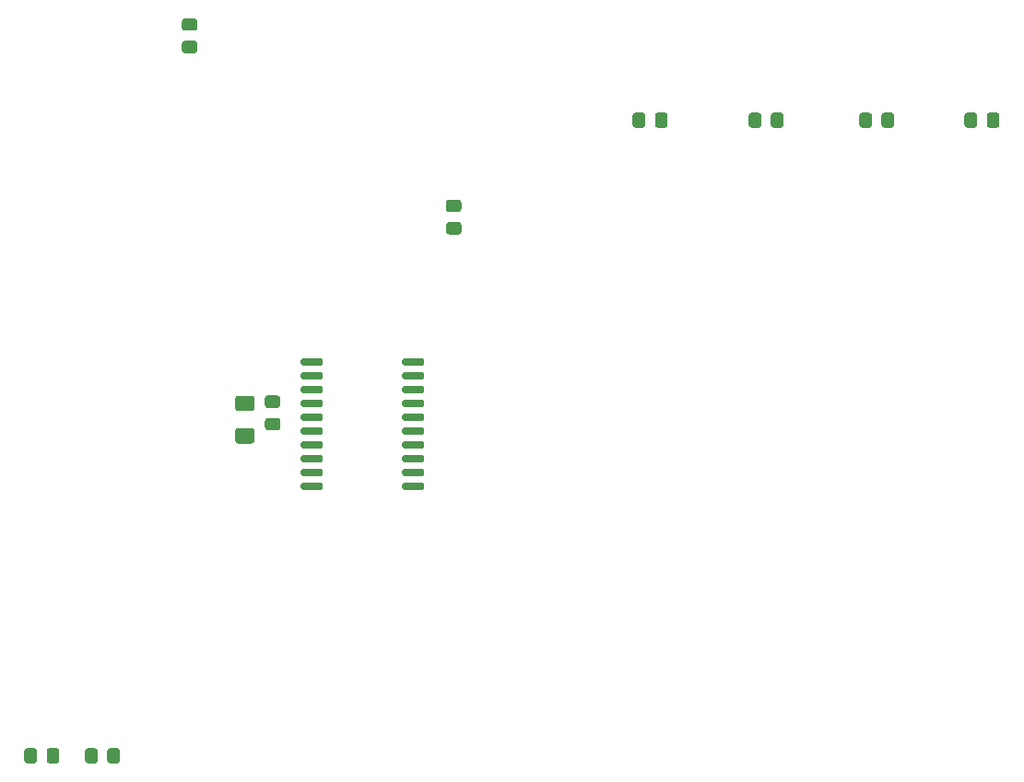
<source format=gbr>
%TF.GenerationSoftware,KiCad,Pcbnew,(5.1.6)-1*%
%TF.CreationDate,2020-11-21T12:12:01+09:00*%
%TF.ProjectId,nixieLogicV2,6e697869-654c-46f6-9769-6356322e6b69,rev?*%
%TF.SameCoordinates,Original*%
%TF.FileFunction,Paste,Top*%
%TF.FilePolarity,Positive*%
%FSLAX46Y46*%
G04 Gerber Fmt 4.6, Leading zero omitted, Abs format (unit mm)*
G04 Created by KiCad (PCBNEW (5.1.6)-1) date 2020-11-21 12:12:01*
%MOMM*%
%LPD*%
G01*
G04 APERTURE LIST*
G04 APERTURE END LIST*
%TO.C,R1*%
G36*
G01*
X148532001Y-74489000D02*
X147631999Y-74489000D01*
G75*
G02*
X147382000Y-74239001I0J249999D01*
G01*
X147382000Y-73588999D01*
G75*
G02*
X147631999Y-73339000I249999J0D01*
G01*
X148532001Y-73339000D01*
G75*
G02*
X148782000Y-73588999I0J-249999D01*
G01*
X148782000Y-74239001D01*
G75*
G02*
X148532001Y-74489000I-249999J0D01*
G01*
G37*
G36*
G01*
X148532001Y-76539000D02*
X147631999Y-76539000D01*
G75*
G02*
X147382000Y-76289001I0J249999D01*
G01*
X147382000Y-75638999D01*
G75*
G02*
X147631999Y-75389000I249999J0D01*
G01*
X148532001Y-75389000D01*
G75*
G02*
X148782000Y-75638999I0J-249999D01*
G01*
X148782000Y-76289001D01*
G75*
G02*
X148532001Y-76539000I-249999J0D01*
G01*
G37*
%TD*%
%TO.C,C2*%
G36*
G01*
X109795000Y-124009999D02*
X109795000Y-124910001D01*
G75*
G02*
X109545001Y-125160000I-249999J0D01*
G01*
X108894999Y-125160000D01*
G75*
G02*
X108645000Y-124910001I0J249999D01*
G01*
X108645000Y-124009999D01*
G75*
G02*
X108894999Y-123760000I249999J0D01*
G01*
X109545001Y-123760000D01*
G75*
G02*
X109795000Y-124009999I0J-249999D01*
G01*
G37*
G36*
G01*
X111845000Y-124009999D02*
X111845000Y-124910001D01*
G75*
G02*
X111595001Y-125160000I-249999J0D01*
G01*
X110944999Y-125160000D01*
G75*
G02*
X110695000Y-124910001I0J249999D01*
G01*
X110695000Y-124009999D01*
G75*
G02*
X110944999Y-123760000I249999J0D01*
G01*
X111595001Y-123760000D01*
G75*
G02*
X111845000Y-124009999I0J-249999D01*
G01*
G37*
%TD*%
%TO.C,C3*%
G36*
G01*
X130994999Y-91355000D02*
X131895001Y-91355000D01*
G75*
G02*
X132145000Y-91604999I0J-249999D01*
G01*
X132145000Y-92255001D01*
G75*
G02*
X131895001Y-92505000I-249999J0D01*
G01*
X130994999Y-92505000D01*
G75*
G02*
X130745000Y-92255001I0J249999D01*
G01*
X130745000Y-91604999D01*
G75*
G02*
X130994999Y-91355000I249999J0D01*
G01*
G37*
G36*
G01*
X130994999Y-93405000D02*
X131895001Y-93405000D01*
G75*
G02*
X132145000Y-93654999I0J-249999D01*
G01*
X132145000Y-94305001D01*
G75*
G02*
X131895001Y-94555000I-249999J0D01*
G01*
X130994999Y-94555000D01*
G75*
G02*
X130745000Y-94305001I0J249999D01*
G01*
X130745000Y-93654999D01*
G75*
G02*
X130994999Y-93405000I249999J0D01*
G01*
G37*
%TD*%
%TO.C,C7*%
G36*
G01*
X123374999Y-58726600D02*
X124275001Y-58726600D01*
G75*
G02*
X124525000Y-58976599I0J-249999D01*
G01*
X124525000Y-59626601D01*
G75*
G02*
X124275001Y-59876600I-249999J0D01*
G01*
X123374999Y-59876600D01*
G75*
G02*
X123125000Y-59626601I0J249999D01*
G01*
X123125000Y-58976599D01*
G75*
G02*
X123374999Y-58726600I249999J0D01*
G01*
G37*
G36*
G01*
X123374999Y-56676600D02*
X124275001Y-56676600D01*
G75*
G02*
X124525000Y-56926599I0J-249999D01*
G01*
X124525000Y-57576601D01*
G75*
G02*
X124275001Y-57826600I-249999J0D01*
G01*
X123374999Y-57826600D01*
G75*
G02*
X123125000Y-57576601I0J249999D01*
G01*
X123125000Y-56926599D01*
G75*
G02*
X123374999Y-56676600I249999J0D01*
G01*
G37*
%TD*%
%TO.C,L1*%
G36*
G01*
X129530000Y-95762500D02*
X128280000Y-95762500D01*
G75*
G02*
X128030000Y-95512500I0J250000D01*
G01*
X128030000Y-94587500D01*
G75*
G02*
X128280000Y-94337500I250000J0D01*
G01*
X129530000Y-94337500D01*
G75*
G02*
X129780000Y-94587500I0J-250000D01*
G01*
X129780000Y-95512500D01*
G75*
G02*
X129530000Y-95762500I-250000J0D01*
G01*
G37*
G36*
G01*
X129530000Y-92787500D02*
X128280000Y-92787500D01*
G75*
G02*
X128030000Y-92537500I0J250000D01*
G01*
X128030000Y-91612500D01*
G75*
G02*
X128280000Y-91362500I250000J0D01*
G01*
X129530000Y-91362500D01*
G75*
G02*
X129780000Y-91612500I0J-250000D01*
G01*
X129780000Y-92537500D01*
G75*
G02*
X129530000Y-92787500I-250000J0D01*
G01*
G37*
%TD*%
%TO.C,R2*%
G36*
G01*
X116265000Y-124910001D02*
X116265000Y-124009999D01*
G75*
G02*
X116514999Y-123760000I249999J0D01*
G01*
X117165001Y-123760000D01*
G75*
G02*
X117415000Y-124009999I0J-249999D01*
G01*
X117415000Y-124910001D01*
G75*
G02*
X117165001Y-125160000I-249999J0D01*
G01*
X116514999Y-125160000D01*
G75*
G02*
X116265000Y-124910001I0J249999D01*
G01*
G37*
G36*
G01*
X114215000Y-124910001D02*
X114215000Y-124009999D01*
G75*
G02*
X114464999Y-123760000I249999J0D01*
G01*
X115115001Y-123760000D01*
G75*
G02*
X115365000Y-124009999I0J-249999D01*
G01*
X115365000Y-124910001D01*
G75*
G02*
X115115001Y-125160000I-249999J0D01*
G01*
X114464999Y-125160000D01*
G75*
G02*
X114215000Y-124910001I0J249999D01*
G01*
G37*
%TD*%
%TO.C,R7*%
G36*
G01*
X166575000Y-66490001D02*
X166575000Y-65589999D01*
G75*
G02*
X166824999Y-65340000I249999J0D01*
G01*
X167475001Y-65340000D01*
G75*
G02*
X167725000Y-65589999I0J-249999D01*
G01*
X167725000Y-66490001D01*
G75*
G02*
X167475001Y-66740000I-249999J0D01*
G01*
X166824999Y-66740000D01*
G75*
G02*
X166575000Y-66490001I0J249999D01*
G01*
G37*
G36*
G01*
X164525000Y-66490001D02*
X164525000Y-65589999D01*
G75*
G02*
X164774999Y-65340000I249999J0D01*
G01*
X165425001Y-65340000D01*
G75*
G02*
X165675000Y-65589999I0J-249999D01*
G01*
X165675000Y-66490001D01*
G75*
G02*
X165425001Y-66740000I-249999J0D01*
G01*
X164774999Y-66740000D01*
G75*
G02*
X164525000Y-66490001I0J249999D01*
G01*
G37*
%TD*%
%TO.C,R10*%
G36*
G01*
X175175000Y-66490001D02*
X175175000Y-65589999D01*
G75*
G02*
X175424999Y-65340000I249999J0D01*
G01*
X176075001Y-65340000D01*
G75*
G02*
X176325000Y-65589999I0J-249999D01*
G01*
X176325000Y-66490001D01*
G75*
G02*
X176075001Y-66740000I-249999J0D01*
G01*
X175424999Y-66740000D01*
G75*
G02*
X175175000Y-66490001I0J249999D01*
G01*
G37*
G36*
G01*
X177225000Y-66490001D02*
X177225000Y-65589999D01*
G75*
G02*
X177474999Y-65340000I249999J0D01*
G01*
X178125001Y-65340000D01*
G75*
G02*
X178375000Y-65589999I0J-249999D01*
G01*
X178375000Y-66490001D01*
G75*
G02*
X178125001Y-66740000I-249999J0D01*
G01*
X177474999Y-66740000D01*
G75*
G02*
X177225000Y-66490001I0J249999D01*
G01*
G37*
%TD*%
%TO.C,R13*%
G36*
G01*
X187385000Y-66490001D02*
X187385000Y-65589999D01*
G75*
G02*
X187634999Y-65340000I249999J0D01*
G01*
X188285001Y-65340000D01*
G75*
G02*
X188535000Y-65589999I0J-249999D01*
G01*
X188535000Y-66490001D01*
G75*
G02*
X188285001Y-66740000I-249999J0D01*
G01*
X187634999Y-66740000D01*
G75*
G02*
X187385000Y-66490001I0J249999D01*
G01*
G37*
G36*
G01*
X185335000Y-66490001D02*
X185335000Y-65589999D01*
G75*
G02*
X185584999Y-65340000I249999J0D01*
G01*
X186235001Y-65340000D01*
G75*
G02*
X186485000Y-65589999I0J-249999D01*
G01*
X186485000Y-66490001D01*
G75*
G02*
X186235001Y-66740000I-249999J0D01*
G01*
X185584999Y-66740000D01*
G75*
G02*
X185335000Y-66490001I0J249999D01*
G01*
G37*
%TD*%
%TO.C,R14*%
G36*
G01*
X195005000Y-66490001D02*
X195005000Y-65589999D01*
G75*
G02*
X195254999Y-65340000I249999J0D01*
G01*
X195905001Y-65340000D01*
G75*
G02*
X196155000Y-65589999I0J-249999D01*
G01*
X196155000Y-66490001D01*
G75*
G02*
X195905001Y-66740000I-249999J0D01*
G01*
X195254999Y-66740000D01*
G75*
G02*
X195005000Y-66490001I0J249999D01*
G01*
G37*
G36*
G01*
X197055000Y-66490001D02*
X197055000Y-65589999D01*
G75*
G02*
X197304999Y-65340000I249999J0D01*
G01*
X197955001Y-65340000D01*
G75*
G02*
X198205000Y-65589999I0J-249999D01*
G01*
X198205000Y-66490001D01*
G75*
G02*
X197955001Y-66740000I-249999J0D01*
G01*
X197304999Y-66740000D01*
G75*
G02*
X197055000Y-66490001I0J249999D01*
G01*
G37*
%TD*%
%TO.C,T1*%
G36*
G01*
X134025000Y-88415000D02*
X134025000Y-88115000D01*
G75*
G02*
X134175000Y-87965000I150000J0D01*
G01*
X135925000Y-87965000D01*
G75*
G02*
X136075000Y-88115000I0J-150000D01*
G01*
X136075000Y-88415000D01*
G75*
G02*
X135925000Y-88565000I-150000J0D01*
G01*
X134175000Y-88565000D01*
G75*
G02*
X134025000Y-88415000I0J150000D01*
G01*
G37*
G36*
G01*
X134025000Y-89685000D02*
X134025000Y-89385000D01*
G75*
G02*
X134175000Y-89235000I150000J0D01*
G01*
X135925000Y-89235000D01*
G75*
G02*
X136075000Y-89385000I0J-150000D01*
G01*
X136075000Y-89685000D01*
G75*
G02*
X135925000Y-89835000I-150000J0D01*
G01*
X134175000Y-89835000D01*
G75*
G02*
X134025000Y-89685000I0J150000D01*
G01*
G37*
G36*
G01*
X134025000Y-90955000D02*
X134025000Y-90655000D01*
G75*
G02*
X134175000Y-90505000I150000J0D01*
G01*
X135925000Y-90505000D01*
G75*
G02*
X136075000Y-90655000I0J-150000D01*
G01*
X136075000Y-90955000D01*
G75*
G02*
X135925000Y-91105000I-150000J0D01*
G01*
X134175000Y-91105000D01*
G75*
G02*
X134025000Y-90955000I0J150000D01*
G01*
G37*
G36*
G01*
X134025000Y-92225000D02*
X134025000Y-91925000D01*
G75*
G02*
X134175000Y-91775000I150000J0D01*
G01*
X135925000Y-91775000D01*
G75*
G02*
X136075000Y-91925000I0J-150000D01*
G01*
X136075000Y-92225000D01*
G75*
G02*
X135925000Y-92375000I-150000J0D01*
G01*
X134175000Y-92375000D01*
G75*
G02*
X134025000Y-92225000I0J150000D01*
G01*
G37*
G36*
G01*
X134025000Y-93495000D02*
X134025000Y-93195000D01*
G75*
G02*
X134175000Y-93045000I150000J0D01*
G01*
X135925000Y-93045000D01*
G75*
G02*
X136075000Y-93195000I0J-150000D01*
G01*
X136075000Y-93495000D01*
G75*
G02*
X135925000Y-93645000I-150000J0D01*
G01*
X134175000Y-93645000D01*
G75*
G02*
X134025000Y-93495000I0J150000D01*
G01*
G37*
G36*
G01*
X134025000Y-94765000D02*
X134025000Y-94465000D01*
G75*
G02*
X134175000Y-94315000I150000J0D01*
G01*
X135925000Y-94315000D01*
G75*
G02*
X136075000Y-94465000I0J-150000D01*
G01*
X136075000Y-94765000D01*
G75*
G02*
X135925000Y-94915000I-150000J0D01*
G01*
X134175000Y-94915000D01*
G75*
G02*
X134025000Y-94765000I0J150000D01*
G01*
G37*
G36*
G01*
X134025000Y-96035000D02*
X134025000Y-95735000D01*
G75*
G02*
X134175000Y-95585000I150000J0D01*
G01*
X135925000Y-95585000D01*
G75*
G02*
X136075000Y-95735000I0J-150000D01*
G01*
X136075000Y-96035000D01*
G75*
G02*
X135925000Y-96185000I-150000J0D01*
G01*
X134175000Y-96185000D01*
G75*
G02*
X134025000Y-96035000I0J150000D01*
G01*
G37*
G36*
G01*
X134025000Y-97305000D02*
X134025000Y-97005000D01*
G75*
G02*
X134175000Y-96855000I150000J0D01*
G01*
X135925000Y-96855000D01*
G75*
G02*
X136075000Y-97005000I0J-150000D01*
G01*
X136075000Y-97305000D01*
G75*
G02*
X135925000Y-97455000I-150000J0D01*
G01*
X134175000Y-97455000D01*
G75*
G02*
X134025000Y-97305000I0J150000D01*
G01*
G37*
G36*
G01*
X134025000Y-98575000D02*
X134025000Y-98275000D01*
G75*
G02*
X134175000Y-98125000I150000J0D01*
G01*
X135925000Y-98125000D01*
G75*
G02*
X136075000Y-98275000I0J-150000D01*
G01*
X136075000Y-98575000D01*
G75*
G02*
X135925000Y-98725000I-150000J0D01*
G01*
X134175000Y-98725000D01*
G75*
G02*
X134025000Y-98575000I0J150000D01*
G01*
G37*
G36*
G01*
X134025000Y-99845000D02*
X134025000Y-99545000D01*
G75*
G02*
X134175000Y-99395000I150000J0D01*
G01*
X135925000Y-99395000D01*
G75*
G02*
X136075000Y-99545000I0J-150000D01*
G01*
X136075000Y-99845000D01*
G75*
G02*
X135925000Y-99995000I-150000J0D01*
G01*
X134175000Y-99995000D01*
G75*
G02*
X134025000Y-99845000I0J150000D01*
G01*
G37*
G36*
G01*
X143325000Y-99845000D02*
X143325000Y-99545000D01*
G75*
G02*
X143475000Y-99395000I150000J0D01*
G01*
X145225000Y-99395000D01*
G75*
G02*
X145375000Y-99545000I0J-150000D01*
G01*
X145375000Y-99845000D01*
G75*
G02*
X145225000Y-99995000I-150000J0D01*
G01*
X143475000Y-99995000D01*
G75*
G02*
X143325000Y-99845000I0J150000D01*
G01*
G37*
G36*
G01*
X143325000Y-98575000D02*
X143325000Y-98275000D01*
G75*
G02*
X143475000Y-98125000I150000J0D01*
G01*
X145225000Y-98125000D01*
G75*
G02*
X145375000Y-98275000I0J-150000D01*
G01*
X145375000Y-98575000D01*
G75*
G02*
X145225000Y-98725000I-150000J0D01*
G01*
X143475000Y-98725000D01*
G75*
G02*
X143325000Y-98575000I0J150000D01*
G01*
G37*
G36*
G01*
X143325000Y-97305000D02*
X143325000Y-97005000D01*
G75*
G02*
X143475000Y-96855000I150000J0D01*
G01*
X145225000Y-96855000D01*
G75*
G02*
X145375000Y-97005000I0J-150000D01*
G01*
X145375000Y-97305000D01*
G75*
G02*
X145225000Y-97455000I-150000J0D01*
G01*
X143475000Y-97455000D01*
G75*
G02*
X143325000Y-97305000I0J150000D01*
G01*
G37*
G36*
G01*
X143325000Y-96035000D02*
X143325000Y-95735000D01*
G75*
G02*
X143475000Y-95585000I150000J0D01*
G01*
X145225000Y-95585000D01*
G75*
G02*
X145375000Y-95735000I0J-150000D01*
G01*
X145375000Y-96035000D01*
G75*
G02*
X145225000Y-96185000I-150000J0D01*
G01*
X143475000Y-96185000D01*
G75*
G02*
X143325000Y-96035000I0J150000D01*
G01*
G37*
G36*
G01*
X143325000Y-94765000D02*
X143325000Y-94465000D01*
G75*
G02*
X143475000Y-94315000I150000J0D01*
G01*
X145225000Y-94315000D01*
G75*
G02*
X145375000Y-94465000I0J-150000D01*
G01*
X145375000Y-94765000D01*
G75*
G02*
X145225000Y-94915000I-150000J0D01*
G01*
X143475000Y-94915000D01*
G75*
G02*
X143325000Y-94765000I0J150000D01*
G01*
G37*
G36*
G01*
X143325000Y-93495000D02*
X143325000Y-93195000D01*
G75*
G02*
X143475000Y-93045000I150000J0D01*
G01*
X145225000Y-93045000D01*
G75*
G02*
X145375000Y-93195000I0J-150000D01*
G01*
X145375000Y-93495000D01*
G75*
G02*
X145225000Y-93645000I-150000J0D01*
G01*
X143475000Y-93645000D01*
G75*
G02*
X143325000Y-93495000I0J150000D01*
G01*
G37*
G36*
G01*
X143325000Y-92225000D02*
X143325000Y-91925000D01*
G75*
G02*
X143475000Y-91775000I150000J0D01*
G01*
X145225000Y-91775000D01*
G75*
G02*
X145375000Y-91925000I0J-150000D01*
G01*
X145375000Y-92225000D01*
G75*
G02*
X145225000Y-92375000I-150000J0D01*
G01*
X143475000Y-92375000D01*
G75*
G02*
X143325000Y-92225000I0J150000D01*
G01*
G37*
G36*
G01*
X143325000Y-90955000D02*
X143325000Y-90655000D01*
G75*
G02*
X143475000Y-90505000I150000J0D01*
G01*
X145225000Y-90505000D01*
G75*
G02*
X145375000Y-90655000I0J-150000D01*
G01*
X145375000Y-90955000D01*
G75*
G02*
X145225000Y-91105000I-150000J0D01*
G01*
X143475000Y-91105000D01*
G75*
G02*
X143325000Y-90955000I0J150000D01*
G01*
G37*
G36*
G01*
X143325000Y-89685000D02*
X143325000Y-89385000D01*
G75*
G02*
X143475000Y-89235000I150000J0D01*
G01*
X145225000Y-89235000D01*
G75*
G02*
X145375000Y-89385000I0J-150000D01*
G01*
X145375000Y-89685000D01*
G75*
G02*
X145225000Y-89835000I-150000J0D01*
G01*
X143475000Y-89835000D01*
G75*
G02*
X143325000Y-89685000I0J150000D01*
G01*
G37*
G36*
G01*
X143325000Y-88415000D02*
X143325000Y-88115000D01*
G75*
G02*
X143475000Y-87965000I150000J0D01*
G01*
X145225000Y-87965000D01*
G75*
G02*
X145375000Y-88115000I0J-150000D01*
G01*
X145375000Y-88415000D01*
G75*
G02*
X145225000Y-88565000I-150000J0D01*
G01*
X143475000Y-88565000D01*
G75*
G02*
X143325000Y-88415000I0J150000D01*
G01*
G37*
%TD*%
M02*

</source>
